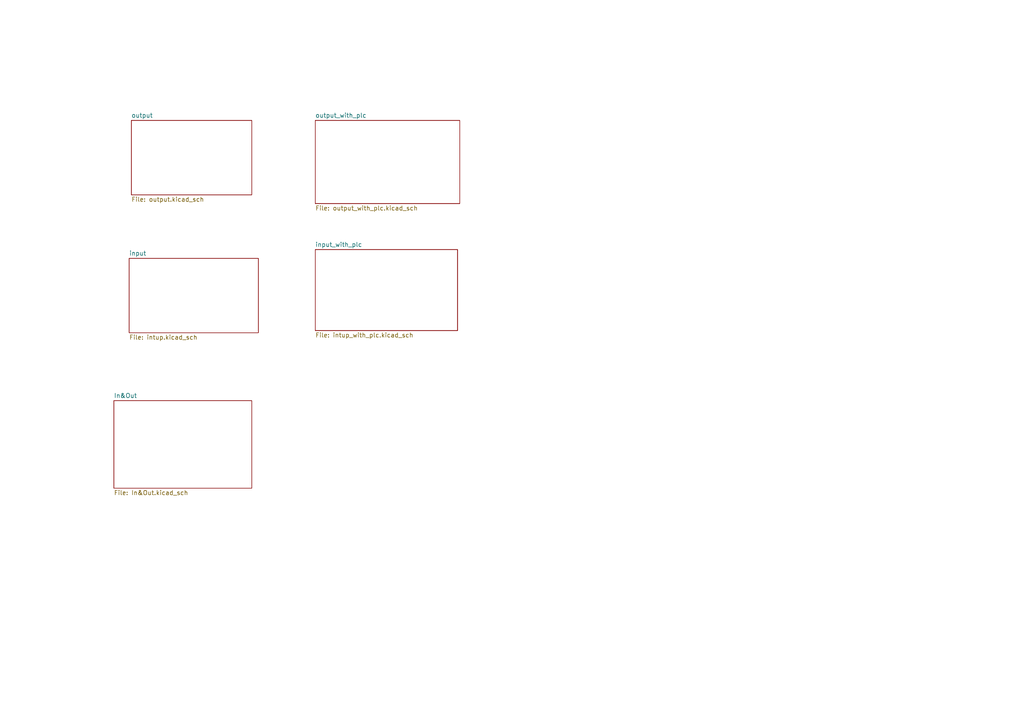
<source format=kicad_sch>
(kicad_sch (version 20230121) (generator eeschema)
  (paper "A4")
  (lib_symbols)
  (sheet (at 91.44 34.925) (size 41.91 24.13) (stroke (width 0.1524))
    (property "Sheetname" "output_with_plc" (at 91.44 34.2134 0) (effects (justify left bottom)))
    (property "Sheetfile" "output_with_plc.kicad_sch" (at 91.44 59.6396 0) (effects (justify left top)))
  )
  (sheet (at 38.1 34.925) (size 34.925 21.59) (stroke (width 0.1524))
    (property "Sheetname" "output" (at 38.1 34.2134 0) (effects (justify left bottom)))
    (property "Sheetfile" "output.kicad_sch" (at 38.1 57.0996 0) (effects (justify left top)))
  )
  (sheet (at 91.44 72.39) (size 41.275 23.495) (stroke (width 0.1524))
    (property "Sheetname" "input_with_plc" (at 91.44 71.6784 0) (effects (justify left bottom)))
    (property "Sheetfile" "intup_with_plc.kicad_sch" (at 91.44 96.4696 0) (effects (justify left top)))
  )
  (sheet (at 33.02 116.205) (size 40.005 25.4) (stroke (width 0.1524))
    (property "Sheetname" "In&Out" (at 33.02 115.4934 0) (effects (justify left bottom)))
    (property "Sheetfile" "In&Out.kicad_sch" (at 33.02 142.1896 0) (effects (justify left top)))
  )
  (sheet (at 37.465 74.93) (size 37.465 21.59) (stroke (width 0.1524))
    (property "Sheetname" "input" (at 37.465 74.2184 0) (effects (justify left bottom)))
    (property "Sheetfile" "intup.kicad_sch" (at 37.465 97.1046 0) (effects (justify left top)))
  )
)
</source>
